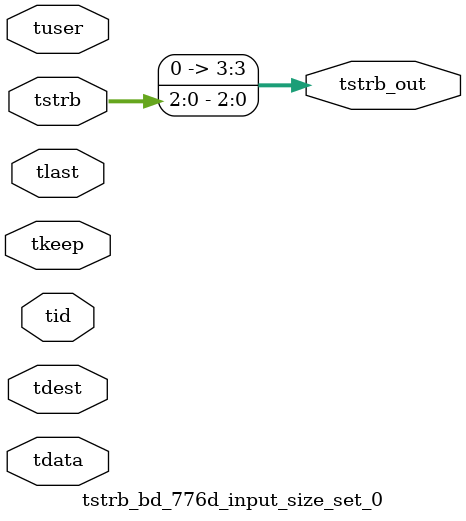
<source format=v>


`timescale 1ps/1ps

module tstrb_bd_776d_input_size_set_0 #
(
parameter C_S_AXIS_TDATA_WIDTH = 32,
parameter C_S_AXIS_TUSER_WIDTH = 0,
parameter C_S_AXIS_TID_WIDTH   = 0,
parameter C_S_AXIS_TDEST_WIDTH = 0,
parameter C_M_AXIS_TDATA_WIDTH = 32
)
(
input  [(C_S_AXIS_TDATA_WIDTH == 0 ? 1 : C_S_AXIS_TDATA_WIDTH)-1:0     ] tdata,
input  [(C_S_AXIS_TUSER_WIDTH == 0 ? 1 : C_S_AXIS_TUSER_WIDTH)-1:0     ] tuser,
input  [(C_S_AXIS_TID_WIDTH   == 0 ? 1 : C_S_AXIS_TID_WIDTH)-1:0       ] tid,
input  [(C_S_AXIS_TDEST_WIDTH == 0 ? 1 : C_S_AXIS_TDEST_WIDTH)-1:0     ] tdest,
input  [(C_S_AXIS_TDATA_WIDTH/8)-1:0 ] tkeep,
input  [(C_S_AXIS_TDATA_WIDTH/8)-1:0 ] tstrb,
input                                                                    tlast,
output [(C_M_AXIS_TDATA_WIDTH/8)-1:0 ] tstrb_out
);

assign tstrb_out = {tstrb[2:0]};

endmodule


</source>
